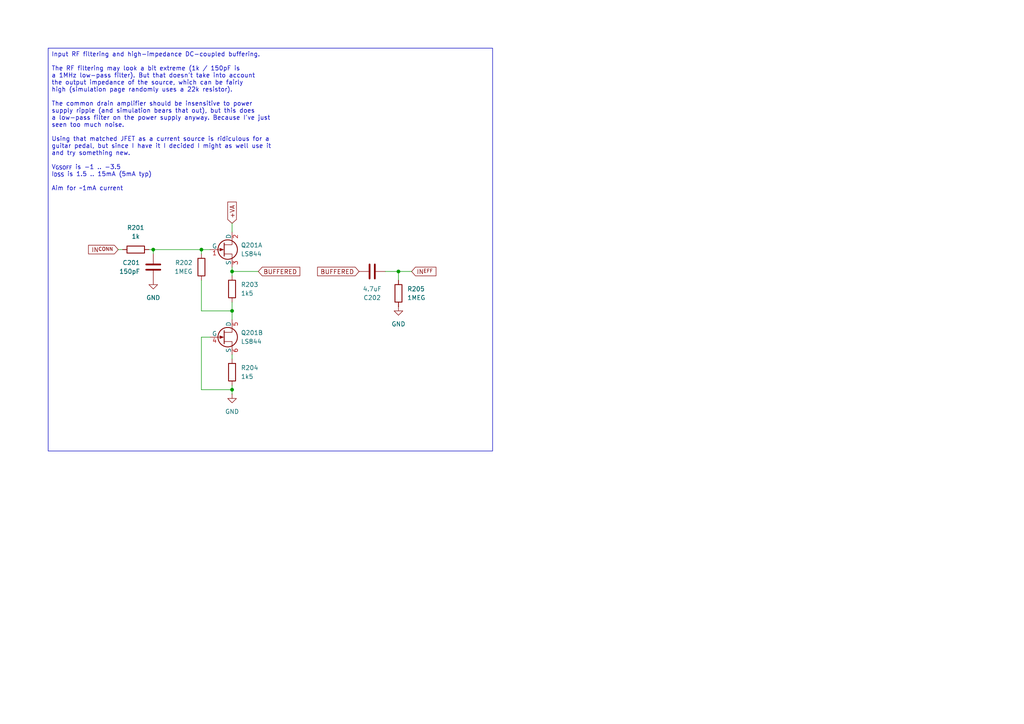
<source format=kicad_sch>
(kicad_sch (version 20250114) (generator "eeschema") (generator_version "9.0")
  (paper "A4")
  (lib_symbols
    (symbol "Device:C" (pin_numbers (hide yes)) (pin_names (offset 0.254))
      (property "Reference" "C" (at 0.635 2.54 0))
      (property "Value" "C" (at 0.635 -2.54 0))
      (symbol "C_0_1"
        (polyline (pts (xy -2.032 0.762) (xy 2.032 0.762)) (stroke (width 0.508)))
        (polyline (pts (xy -2.032 -0.762) (xy 2.032 -0.762)) (stroke (width 0.508)))
      )
      (symbol "C_1_1"
        (pin passive line (at 0 3.81 270) (length 2.794) (name "~") (number "1"))
        (pin passive line (at 0 -3.81 90) (length 2.794) (name "~") (number "2"))
      )
    )
    (symbol "Device:R" (pin_numbers (hide yes)) (pin_names (offset 0))
      (property "Reference" "R" (at 2.032 0 90))
      (property "Value" "R" (at 0 0 90))
      (symbol "R_0_1"
        (rectangle (start -1.016 -2.54) (end 1.016 2.54) (stroke (width 0.254)))
      )
      (symbol "R_1_1"
        (pin passive line (at 0 3.81 270) (length 1.27) (name "~") (number "1"))
        (pin passive line (at 0 -3.81 90) (length 1.27) (name "~") (number "2"))
      )
    )
    (symbol "Mylib:LS844" (pin_names (offset 0))
      (property "Reference" "Q" (at 5.08 1.27 0))
      (property "Value" "LS844" (at 7.62 -1.27 0))
      (symbol "LS844_1_1"
        (polyline (pts (xy 0 0) (xy -1.016 0.381) (xy -1.016 -0.381) (xy 0 0)) (fill (type outline)))
        (polyline (pts (xy 0.254 1.905) (xy 0.254 -1.905) (xy 0.254 -1.905)) (stroke (width 0.254)))
        (circle (center 1.27 0) (radius 2.8194) (stroke (width 0.254)))
        (polyline (pts (xy 2.54 2.54) (xy 2.54 1.397) (xy 0.254 1.397)))
        (polyline (pts (xy 2.54 -2.54) (xy 2.54 -1.27) (xy 0.254 -1.27)))
        (pin input line (at -3.81 0 0) (length 2.54) (name "G") (number "1"))
        (pin passive line (at 2.54 5.08 270) (length 2.54) (name "D") (number "2"))
        (pin passive line (at 2.54 -5.08 90) (length 2.54) (name "S") (number "3"))
      )
      (symbol "LS844_2_1"
        (polyline (pts (xy 0 0) (xy -1.016 0.381) (xy -1.016 -0.381) (xy 0 0)) (fill (type outline)))
        (polyline (pts (xy 0.254 1.905) (xy 0.254 -1.905) (xy 0.254 -1.905)) (stroke (width 0.254)))
        (circle (center 1.27 0) (radius 2.8194) (stroke (width 0.254)))
        (polyline (pts (xy 2.54 2.54) (xy 2.54 1.397) (xy 0.254 1.397)))
        (polyline (pts (xy 2.54 -2.54) (xy 2.54 -1.27) (xy 0.254 -1.27)))
        (pin input line (at -3.81 0 0) (length 2.54) (name "G") (number "4"))
        (pin passive line (at 2.54 5.08 270) (length 2.54) (name "D") (number "5"))
        (pin passive line (at 2.54 -5.08 90) (length 2.54) (name "S") (number "6"))
      )
    )
    (symbol "power:GND" (power) (pin_numbers (hide yes)) (pin_names (offset 0) (hide yes))
      (property "Value" "GND" (at 0 -3.81 0))
      (symbol "GND_0_1"
        (polyline (pts (xy 0 0) (xy 0 -1.27) (xy 1.27 -1.27) (xy 0 -2.54) (xy -1.27 -1.27) (xy 0 -1.27)))
      )
      (symbol "GND_1_1"
        (pin power_in line (at 0 0 270) (length 0) (name "~") (number "1"))
      )
    )
  )
  (text_box "Input RF filtering and high-impedance DC-coupled buffering.\n\nThe RF filtering may look a bit extreme (1k / 150pF is\na 1MHz low-pass filter). But that doesn't take into account\nthe output impedance of the source, which can be fairly\nhigh (simulation page randomly uses a 22k resistor).\n\nThe common drain amplifier should be insensitive to power\nsupply ripple (and simulation bears that out), but this does\na low-pass filter on the power supply anyway. Because I've just\nseen too much noise.\n\nUsing that matched JFET as a current source is ridiculous for a\nguitar pedal, but since I have it I decided I might as well use it\nand try something new.\n\nV_{GSOFF} is -1 .. -3.5\nI_{DSS} is 1.5 .. 15mA (5mA typ)\n\nAim for ~1mA current" (at 13.97 13.97 0) (size 128.905 116.84) (margins 0.9525 0.9525 0.9525 0.9525) (effects (font (size 1.27 1.27)) (justify left top)))
  (junction (at 58.42 72.39))
  (junction (at 67.31 90.17))
  (junction (at 67.31 78.74))
  (junction (at 44.45 72.39))
  (junction (at 67.31 113.03))
  (junction (at 115.57 78.74))
  (wire (pts (xy 58.42 81.28) (xy 58.42 90.17)))
  (wire (pts (xy 67.31 78.74) (xy 74.93 78.74)))
  (wire (pts (xy 58.42 90.17) (xy 67.31 90.17)))
  (wire (pts (xy 115.57 78.74) (xy 115.57 81.28)))
  (wire (pts (xy 67.31 102.87) (xy 67.31 104.14)))
  (wire (pts (xy 58.42 113.03) (xy 58.42 97.79)))
  (wire (pts (xy 58.42 97.79) (xy 60.96 97.79)))
  (wire (pts (xy 44.45 72.39) (xy 44.45 73.66)))
  (wire (pts (xy 67.31 111.76) (xy 67.31 113.03)))
  (wire (pts (xy 34.29 72.39) (xy 35.56 72.39)))
  (wire (pts (xy 115.57 78.74) (xy 119.38 78.74)))
  (wire (pts (xy 67.31 90.17) (xy 67.31 92.71)))
  (wire (pts (xy 67.31 64.77) (xy 67.31 67.31)))
  (wire (pts (xy 44.45 72.39) (xy 58.42 72.39)))
  (wire (pts (xy 67.31 77.47) (xy 67.31 78.74)))
  (wire (pts (xy 58.42 72.39) (xy 58.42 73.66)))
  (wire (pts (xy 43.18 72.39) (xy 44.45 72.39)))
  (wire (pts (xy 58.42 72.39) (xy 60.96 72.39)))
  (wire (pts (xy 67.31 87.63) (xy 67.31 90.17)))
  (wire (pts (xy 67.31 78.74) (xy 67.31 80.01)))
  (wire (pts (xy 67.31 113.03) (xy 67.31 114.3)))
  (wire (pts (xy 67.31 113.03) (xy 58.42 113.03)))
  (wire (pts (xy 111.76 78.74) (xy 115.57 78.74)))
  (global_label "+VA" (shape input) (at 67.31 64.77 90) (property "Intersheetrefs" "${INTERSHEET_REFS}" (effects (hide yes))))
  (global_label "BUFFERED" (shape input) (at 74.93 78.74 0) (property "Intersheetrefs" "${INTERSHEET_REFS}" (effects (hide yes))))
  (global_label "IN^{CONN}" (shape input) (at 34.29 72.39 180) (property "Intersheetrefs" "${INTERSHEET_REFS}" (effects (hide yes))))
  (global_label "BUFFERED" (shape input) (at 104.14 78.74 180) (property "Intersheetrefs" "${INTERSHEET_REFS}" (effects (hide yes))))
  (global_label "IN^{EFF}" (shape input) (at 119.38 78.74 0) (property "Intersheetrefs" "${INTERSHEET_REFS}" (effects (hide yes))))
  (symbol (lib_id "power:GND") (at 67.31 114.3 0) (unit 1)
    (property "Reference" "#PWR0203" (effects (hide yes)))
    (property "Value" "GND" (at 67.31 119.38 0))
    (property "Description" "Power symbol creates a global label with name \"GND\" , ground" (effects (hide yes)))
  )
  (symbol (lib_id "power:GND") (at 115.57 88.9 0) (unit 1)
    (property "Reference" "#PWR0204" (effects (hide yes)))
    (property "Value" "GND" (at 115.57 93.98 0))
    (property "Description" "Power symbol creates a global label with name \"GND\" , ground" (effects (hide yes)))
  )
  (symbol (lib_id "Device:R") (at 39.37 72.39 90) (unit 1)
    (property "Reference" "R201" (at 39.37 66.04 90))
    (property "Value" "1k" (at 39.37 68.58 90))
    (property "Footprint" "Resistor_SMD:R_0805_2012Metric" (effects (hide yes)))
    (property "Description" "Resistor" (effects (hide yes)))
  )
  (symbol (lib_id "Mylib:LS844") (at 64.77 97.79 0) (unit 2)
    (property "Reference" "Q201" (at 69.85 96.5199 0) (effects (justify left)))
    (property "Value" "LS844" (at 69.85 99.0599 0) (effects (justify left)))
    (property "Footprint" "Package_TO_SOT_SMD:SOT-23-6" (effects (hide yes)))
    (property "Datasheet" "https://www.linearsystems.com/_files/ugd/7e8069_af7c9fb7f03c4b5d9006d837ab0e39e7.pdf" (effects (hide yes)))
    (property "Description" "Matched Dual N‑Channel JFET, SOT-23-6L" (effects (hide yes)))
    (property "Sim.Library" "${KIPRJMOD}/../../symbols/LS844.lib" (effects (hide yes)))
    (property "Sim.Name" "LS844" (effects (hide yes)))
    (property "Sim.Device" "SUBCKT" (effects (hide yes)))
    (property "Sim.Pins" "1=G1 2=D1 3=S1 4=G2 5=D2 6=S2" (effects (hide yes)))
  )
  (symbol (lib_id "Device:C") (at 44.45 77.47 0) (mirror y) (unit 1)
    (property "Reference" "C201" (at 40.64 76.1999 0) (effects (justify left)))
    (property "Value" "150pF" (at 40.64 78.7399 0) (effects (justify left)))
    (property "Footprint" "Capacitor_SMD:C_0805_2012Metric" (effects (hide yes)))
    (property "Description" "Unpolarized capacitor" (effects (hide yes)))
  )
  (symbol (lib_id "Mylib:LS844") (at 64.77 72.39 0) (unit 1)
    (property "Reference" "Q201" (at 69.85 71.1199 0) (effects (justify left)))
    (property "Value" "LS844" (at 69.85 73.6599 0) (effects (justify left)))
    (property "Footprint" "Package_TO_SOT_SMD:SOT-23-6" (effects (hide yes)))
    (property "Datasheet" "https://www.linearsystems.com/_files/ugd/7e8069_af7c9fb7f03c4b5d9006d837ab0e39e7.pdf" (effects (hide yes)))
    (property "Description" "Matched Dual N‑Channel JFET, SOT-23-6L" (effects (hide yes)))
    (property "Sim.Library" "${KIPRJMOD}/../../symbols/LS844.lib" (effects (hide yes)))
    (property "Sim.Name" "LS844" (effects (hide yes)))
    (property "Sim.Device" "SUBCKT" (effects (hide yes)))
    (property "Sim.Pins" "1=G1 2=D1 3=S1 4=G2 5=D2 6=S2" (effects (hide yes)))
  )
  (symbol (lib_id "Device:R") (at 67.31 83.82 0) (unit 1)
    (property "Reference" "R203" (at 69.85 82.5499 0) (effects (justify left)))
    (property "Value" "1k5" (at 69.85 85.09 0) (effects (justify left)))
    (property "Footprint" "Resistor_SMD:R_0805_2012Metric" (effects (hide yes)))
    (property "Description" "Resistor" (effects (hide yes)))
  )
  (symbol (lib_id "Device:R") (at 115.57 85.09 0) (unit 1)
    (property "Reference" "R205" (at 118.11 83.8199 0) (effects (justify left)))
    (property "Value" "1MEG" (at 118.11 86.36 0) (effects (justify left)))
    (property "Footprint" "Resistor_SMD:R_0805_2012Metric" (effects (hide yes)))
    (property "Description" "Resistor" (effects (hide yes)))
  )
  (symbol (lib_id "Device:C") (at 107.95 78.74 90) (mirror x) (unit 1)
    (property "Reference" "C202" (at 107.95 86.36 90))
    (property "Value" "4.7uF" (at 107.95 83.82 90))
    (property "Footprint" "Capacitor_SMD:C_1206_3216Metric" (effects (hide yes)))
    (property "Description" "Unpolarized capacitor" (effects (hide yes)))
  )
  (symbol (lib_id "power:GND") (at 44.45 81.28 0) (unit 1)
    (property "Reference" "#PWR0202" (effects (hide yes)))
    (property "Value" "GND" (at 44.45 86.36 0))
    (property "Description" "Power symbol creates a global label with name \"GND\" , ground" (effects (hide yes)))
  )
  (symbol (lib_id "Device:R") (at 67.31 107.95 0) (unit 1)
    (property "Reference" "R204" (at 69.85 106.6799 0) (effects (justify left)))
    (property "Value" "1k5" (at 69.85 109.22 0) (effects (justify left)))
    (property "Footprint" "Resistor_SMD:R_0805_2012Metric" (effects (hide yes)))
    (property "Description" "Resistor" (effects (hide yes)))
  )
  (symbol (lib_id "Device:R") (at 58.42 77.47 0) (mirror y) (unit 1)
    (property "Reference" "R202" (at 55.88 76.1999 0) (effects (justify left)))
    (property "Value" "1MEG" (at 55.88 78.74 0) (effects (justify left)))
    (property "Footprint" "Resistor_SMD:R_0805_2012Metric" (effects (hide yes)))
    (property "Description" "Resistor" (effects (hide yes)))
  )
)
</source>
